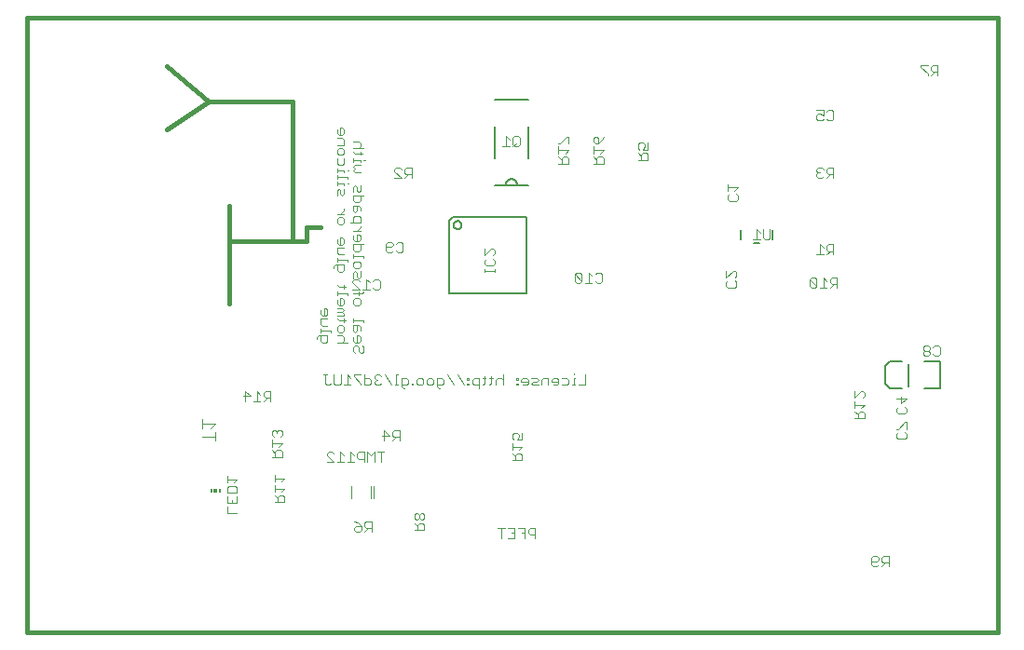
<source format=gbo>
G75*
%MOIN*%
%OFA0B0*%
%FSLAX25Y25*%
%IPPOS*%
%LPD*%
%AMOC8*
5,1,8,0,0,1.08239X$1,22.5*
%
%ADD10C,0.00300*%
%ADD11C,0.01600*%
%ADD12C,0.00800*%
%ADD13C,0.00500*%
%ADD14C,0.00600*%
%ADD15C,0.00400*%
%ADD16R,0.00591X0.01181*%
%ADD17R,0.01181X0.01181*%
D10*
X0073450Y0047650D02*
X0073450Y0050077D01*
X0073450Y0051275D02*
X0073450Y0053702D01*
X0073450Y0054900D02*
X0073450Y0056720D01*
X0074057Y0057327D01*
X0076483Y0057327D01*
X0077090Y0056720D01*
X0077090Y0054900D01*
X0073450Y0054900D01*
X0075270Y0052488D02*
X0075270Y0051275D01*
X0077090Y0051275D02*
X0073450Y0051275D01*
X0073450Y0047650D02*
X0077090Y0047650D01*
X0077090Y0051275D02*
X0077090Y0053702D01*
X0075877Y0058525D02*
X0077090Y0059739D01*
X0073450Y0059739D01*
X0073450Y0060952D02*
X0073450Y0058525D01*
X0090450Y0058900D02*
X0090450Y0061327D01*
X0090450Y0060114D02*
X0094090Y0060114D01*
X0092877Y0058900D01*
X0094090Y0056488D02*
X0090450Y0056488D01*
X0090450Y0055275D02*
X0090450Y0057702D01*
X0092877Y0055275D02*
X0094090Y0056488D01*
X0093483Y0054077D02*
X0092270Y0054077D01*
X0091663Y0053470D01*
X0091663Y0051650D01*
X0090450Y0051650D02*
X0094090Y0051650D01*
X0094090Y0053470D01*
X0093483Y0054077D01*
X0091663Y0052863D02*
X0090450Y0054077D01*
X0090726Y0067775D02*
X0090726Y0069595D01*
X0091333Y0070201D01*
X0092546Y0070201D01*
X0093153Y0069595D01*
X0093153Y0067775D01*
X0089513Y0067775D01*
X0090726Y0068988D02*
X0089513Y0070201D01*
X0089513Y0071400D02*
X0089513Y0073826D01*
X0089513Y0072613D02*
X0093153Y0072613D01*
X0091940Y0071400D01*
X0092546Y0075025D02*
X0093153Y0075632D01*
X0093153Y0076845D01*
X0092546Y0077452D01*
X0091940Y0077452D01*
X0091333Y0076845D01*
X0090726Y0077452D01*
X0090120Y0077452D01*
X0089513Y0076845D01*
X0089513Y0075632D01*
X0090120Y0075025D01*
X0091333Y0076238D02*
X0091333Y0076845D01*
X0089025Y0087713D02*
X0089025Y0091353D01*
X0087205Y0091353D01*
X0086599Y0090746D01*
X0086599Y0089533D01*
X0087205Y0088926D01*
X0089025Y0088926D01*
X0087812Y0088926D02*
X0086599Y0087713D01*
X0085400Y0087713D02*
X0082974Y0087713D01*
X0084187Y0087713D02*
X0084187Y0091353D01*
X0085400Y0090140D01*
X0081775Y0089533D02*
X0079955Y0091353D01*
X0079955Y0087713D01*
X0079348Y0089533D02*
X0081775Y0089533D01*
X0108673Y0094125D02*
X0108673Y0097159D01*
X0109280Y0097159D02*
X0108066Y0097159D01*
X0108673Y0094125D02*
X0109280Y0093519D01*
X0109886Y0093519D01*
X0110493Y0094125D01*
X0111691Y0094125D02*
X0111691Y0097159D01*
X0114118Y0097159D02*
X0114118Y0094125D01*
X0113511Y0093519D01*
X0112298Y0093519D01*
X0111691Y0094125D01*
X0115317Y0093519D02*
X0117743Y0093519D01*
X0116530Y0093519D02*
X0116530Y0097159D01*
X0117743Y0095945D01*
X0118942Y0096552D02*
X0121368Y0094125D01*
X0121368Y0093519D01*
X0122567Y0093519D02*
X0124387Y0093519D01*
X0124994Y0094125D01*
X0124994Y0095339D01*
X0124387Y0095945D01*
X0122567Y0095945D01*
X0122567Y0097159D02*
X0122567Y0093519D01*
X0126192Y0094125D02*
X0126799Y0093519D01*
X0128012Y0093519D01*
X0128619Y0094125D01*
X0127405Y0095339D02*
X0126799Y0095339D01*
X0126192Y0094732D01*
X0126192Y0094125D01*
X0126799Y0095339D02*
X0126192Y0095945D01*
X0126192Y0096552D01*
X0126799Y0097159D01*
X0128012Y0097159D01*
X0128619Y0096552D01*
X0129817Y0097159D02*
X0132244Y0093519D01*
X0133447Y0093519D02*
X0134661Y0093519D01*
X0134054Y0093519D02*
X0134054Y0097159D01*
X0134661Y0097159D01*
X0135859Y0095945D02*
X0137679Y0095945D01*
X0138286Y0095339D01*
X0138286Y0094125D01*
X0137679Y0093519D01*
X0135859Y0093519D01*
X0135859Y0092912D02*
X0135859Y0095945D01*
X0139492Y0094125D02*
X0139492Y0093519D01*
X0140098Y0093519D01*
X0140098Y0094125D01*
X0139492Y0094125D01*
X0141297Y0094125D02*
X0141297Y0095339D01*
X0141903Y0095945D01*
X0143117Y0095945D01*
X0143723Y0095339D01*
X0143723Y0094125D01*
X0143117Y0093519D01*
X0141903Y0093519D01*
X0141297Y0094125D01*
X0144922Y0094125D02*
X0144922Y0095339D01*
X0145529Y0095945D01*
X0146742Y0095945D01*
X0147349Y0095339D01*
X0147349Y0094125D01*
X0146742Y0093519D01*
X0145529Y0093519D01*
X0144922Y0094125D01*
X0148547Y0093519D02*
X0150367Y0093519D01*
X0150974Y0094125D01*
X0150974Y0095339D01*
X0150367Y0095945D01*
X0148547Y0095945D01*
X0148547Y0092912D01*
X0149154Y0092305D01*
X0149760Y0092305D01*
X0154599Y0093519D02*
X0152172Y0097159D01*
X0155797Y0097159D02*
X0158224Y0093519D01*
X0159430Y0093519D02*
X0160037Y0093519D01*
X0160037Y0094125D01*
X0159430Y0094125D01*
X0159430Y0093519D01*
X0159430Y0095339D02*
X0160037Y0095339D01*
X0160037Y0095945D01*
X0159430Y0095945D01*
X0159430Y0095339D01*
X0161235Y0095339D02*
X0161235Y0094125D01*
X0161842Y0093519D01*
X0163662Y0093519D01*
X0164865Y0093519D02*
X0165472Y0094125D01*
X0165472Y0096552D01*
X0166078Y0095945D02*
X0164865Y0095945D01*
X0163662Y0095945D02*
X0161842Y0095945D01*
X0161235Y0095339D01*
X0163662Y0095945D02*
X0163662Y0092305D01*
X0167282Y0093519D02*
X0167888Y0094125D01*
X0167888Y0096552D01*
X0167282Y0095945D02*
X0168495Y0095945D01*
X0169694Y0095339D02*
X0169694Y0093519D01*
X0169694Y0095339D02*
X0170300Y0095945D01*
X0171514Y0095945D01*
X0172120Y0095339D01*
X0172120Y0097159D02*
X0172120Y0093519D01*
X0176951Y0093519D02*
X0177558Y0093519D01*
X0177558Y0094125D01*
X0176951Y0094125D01*
X0176951Y0093519D01*
X0176951Y0095339D02*
X0177558Y0095339D01*
X0177558Y0095945D01*
X0176951Y0095945D01*
X0176951Y0095339D01*
X0178756Y0095339D02*
X0178756Y0094732D01*
X0181183Y0094732D01*
X0181183Y0094125D02*
X0181183Y0095339D01*
X0180576Y0095945D01*
X0179363Y0095945D01*
X0178756Y0095339D01*
X0179363Y0093519D02*
X0180576Y0093519D01*
X0181183Y0094125D01*
X0182382Y0094125D02*
X0182988Y0094732D01*
X0184202Y0094732D01*
X0184808Y0095339D01*
X0184202Y0095945D01*
X0182382Y0095945D01*
X0182382Y0094125D02*
X0182988Y0093519D01*
X0184808Y0093519D01*
X0186007Y0093519D02*
X0186007Y0095339D01*
X0186613Y0095945D01*
X0188433Y0095945D01*
X0188433Y0093519D01*
X0189632Y0094732D02*
X0189632Y0095339D01*
X0190238Y0095945D01*
X0191452Y0095945D01*
X0192059Y0095339D01*
X0192059Y0094125D01*
X0191452Y0093519D01*
X0190238Y0093519D01*
X0189632Y0094732D02*
X0192059Y0094732D01*
X0193257Y0095945D02*
X0195077Y0095945D01*
X0195684Y0095339D01*
X0195684Y0094125D01*
X0195077Y0093519D01*
X0193257Y0093519D01*
X0196887Y0093519D02*
X0198100Y0093519D01*
X0197494Y0093519D02*
X0197494Y0095945D01*
X0198100Y0095945D01*
X0197494Y0097159D02*
X0197494Y0097765D01*
X0201726Y0097159D02*
X0201726Y0093519D01*
X0199299Y0093519D01*
X0179090Y0076327D02*
X0179090Y0073900D01*
X0177270Y0073900D01*
X0177877Y0075114D01*
X0177877Y0075720D01*
X0177270Y0076327D01*
X0176057Y0076327D01*
X0175450Y0075720D01*
X0175450Y0074507D01*
X0176057Y0073900D01*
X0175450Y0072702D02*
X0175450Y0070275D01*
X0175450Y0069077D02*
X0176663Y0067863D01*
X0176663Y0068470D02*
X0176663Y0066650D01*
X0175450Y0066650D02*
X0179090Y0066650D01*
X0179090Y0068470D01*
X0178483Y0069077D01*
X0177270Y0069077D01*
X0176663Y0068470D01*
X0177877Y0070275D02*
X0179090Y0071488D01*
X0175450Y0071488D01*
X0144090Y0047095D02*
X0143483Y0047702D01*
X0142877Y0047702D01*
X0142270Y0047095D01*
X0142270Y0045882D01*
X0142877Y0045275D01*
X0143483Y0045275D01*
X0144090Y0045882D01*
X0144090Y0047095D01*
X0142270Y0047095D02*
X0141663Y0047702D01*
X0141057Y0047702D01*
X0140450Y0047095D01*
X0140450Y0045882D01*
X0141057Y0045275D01*
X0141663Y0045275D01*
X0142270Y0045882D01*
X0142270Y0044077D02*
X0141663Y0043470D01*
X0141663Y0041650D01*
X0140450Y0041650D02*
X0144090Y0041650D01*
X0144090Y0043470D01*
X0143483Y0044077D01*
X0142270Y0044077D01*
X0141663Y0042863D02*
X0140450Y0044077D01*
X0125150Y0044790D02*
X0125150Y0041150D01*
X0125150Y0042363D02*
X0123330Y0042363D01*
X0122723Y0042970D01*
X0122723Y0044183D01*
X0123330Y0044790D01*
X0125150Y0044790D01*
X0123937Y0042363D02*
X0122723Y0041150D01*
X0121525Y0041757D02*
X0120918Y0041150D01*
X0119705Y0041150D01*
X0119098Y0041757D01*
X0119098Y0042363D01*
X0119705Y0042970D01*
X0121525Y0042970D01*
X0121525Y0041757D01*
X0121525Y0042970D02*
X0120312Y0044183D01*
X0119098Y0044790D01*
X0118865Y0065912D02*
X0116438Y0065912D01*
X0115240Y0065912D02*
X0112813Y0065912D01*
X0111615Y0065912D02*
X0109188Y0068338D01*
X0109188Y0068945D01*
X0109794Y0069552D01*
X0111008Y0069552D01*
X0111615Y0068945D01*
X0114026Y0069552D02*
X0114026Y0065912D01*
X0111615Y0065912D02*
X0109188Y0065912D01*
X0114026Y0069552D02*
X0115240Y0068338D01*
X0117651Y0069552D02*
X0117651Y0065912D01*
X0118865Y0068338D02*
X0117651Y0069552D01*
X0120063Y0068945D02*
X0120063Y0067732D01*
X0120670Y0067125D01*
X0122490Y0067125D01*
X0122490Y0065912D02*
X0122490Y0069552D01*
X0120670Y0069552D01*
X0120063Y0068945D01*
X0123688Y0069552D02*
X0123688Y0065912D01*
X0126115Y0065912D02*
X0126115Y0069552D01*
X0124902Y0068338D01*
X0123688Y0069552D01*
X0127313Y0069552D02*
X0129740Y0069552D01*
X0128527Y0069552D02*
X0128527Y0065912D01*
X0129705Y0073650D02*
X0129705Y0077290D01*
X0131525Y0075470D01*
X0129098Y0075470D01*
X0132723Y0075470D02*
X0133330Y0074863D01*
X0135150Y0074863D01*
X0135150Y0073650D02*
X0135150Y0077290D01*
X0133330Y0077290D01*
X0132723Y0076683D01*
X0132723Y0075470D01*
X0133937Y0074863D02*
X0132723Y0073650D01*
X0136466Y0092305D02*
X0135859Y0092912D01*
X0136466Y0092305D02*
X0137072Y0092305D01*
X0121368Y0097159D02*
X0118942Y0097159D01*
X0118942Y0096552D01*
X0119368Y0105150D02*
X0118761Y0105757D01*
X0118761Y0106970D01*
X0119368Y0107577D01*
X0119974Y0107577D01*
X0120581Y0106970D01*
X0120581Y0105757D01*
X0121188Y0105150D01*
X0121794Y0105150D01*
X0122401Y0105757D01*
X0122401Y0106970D01*
X0121794Y0107577D01*
X0120581Y0108775D02*
X0121188Y0109382D01*
X0121188Y0110595D01*
X0120581Y0111202D01*
X0119974Y0111202D01*
X0119974Y0108775D01*
X0119368Y0108775D02*
X0120581Y0108775D01*
X0119368Y0108775D02*
X0118761Y0109382D01*
X0118761Y0110595D01*
X0119368Y0112400D02*
X0118761Y0113007D01*
X0118761Y0114827D01*
X0120581Y0114827D01*
X0121188Y0114220D01*
X0121188Y0113007D01*
X0119974Y0113007D02*
X0119974Y0114827D01*
X0118761Y0116025D02*
X0118761Y0117239D01*
X0118761Y0116632D02*
X0122401Y0116632D01*
X0122401Y0116025D01*
X0115889Y0116632D02*
X0113462Y0116632D01*
X0112856Y0117239D01*
X0112856Y0118442D02*
X0115282Y0118442D01*
X0115282Y0119049D01*
X0114676Y0119656D01*
X0115282Y0120262D01*
X0114676Y0120869D01*
X0112856Y0120869D01*
X0112856Y0119656D02*
X0114676Y0119656D01*
X0114676Y0122067D02*
X0115282Y0122674D01*
X0115282Y0123887D01*
X0114676Y0124494D01*
X0114069Y0124494D01*
X0114069Y0122067D01*
X0113462Y0122067D02*
X0114676Y0122067D01*
X0113462Y0122067D02*
X0112856Y0122674D01*
X0112856Y0123887D01*
X0112856Y0125692D02*
X0112856Y0126906D01*
X0112856Y0126299D02*
X0116496Y0126299D01*
X0116496Y0125692D01*
X0118761Y0126299D02*
X0121794Y0126299D01*
X0122401Y0126906D01*
X0122053Y0127781D02*
X0124480Y0127781D01*
X0123267Y0127781D02*
X0123267Y0131421D01*
X0124480Y0130208D01*
X0125678Y0130815D02*
X0126285Y0131421D01*
X0127498Y0131421D01*
X0128105Y0130815D01*
X0128105Y0128388D01*
X0127498Y0127781D01*
X0126285Y0127781D01*
X0125678Y0128388D01*
X0120855Y0127781D02*
X0118428Y0130208D01*
X0118428Y0130815D01*
X0119035Y0131421D01*
X0120248Y0131421D01*
X0120855Y0130815D01*
X0120581Y0131734D02*
X0121188Y0132341D01*
X0121188Y0134161D01*
X0120581Y0135359D02*
X0119368Y0135359D01*
X0118761Y0135966D01*
X0118761Y0137180D01*
X0119368Y0137786D01*
X0120581Y0137786D01*
X0121188Y0137180D01*
X0121188Y0135966D01*
X0120581Y0135359D01*
X0119368Y0134161D02*
X0119974Y0133554D01*
X0119974Y0132341D01*
X0120581Y0131734D01*
X0118761Y0131734D02*
X0118761Y0133554D01*
X0119368Y0134161D01*
X0115282Y0134758D02*
X0115282Y0136578D01*
X0112249Y0136578D01*
X0111642Y0135971D01*
X0111642Y0135364D01*
X0112856Y0134758D02*
X0112856Y0136578D01*
X0112856Y0137776D02*
X0112856Y0138990D01*
X0112856Y0138383D02*
X0116496Y0138383D01*
X0116496Y0137776D01*
X0118761Y0138985D02*
X0118761Y0140198D01*
X0118761Y0139591D02*
X0122401Y0139591D01*
X0122401Y0138985D01*
X0120581Y0141401D02*
X0121188Y0142008D01*
X0121188Y0143828D01*
X0122401Y0143828D02*
X0118761Y0143828D01*
X0118761Y0142008D01*
X0119368Y0141401D01*
X0120581Y0141401D01*
X0120581Y0145026D02*
X0121188Y0145633D01*
X0121188Y0146847D01*
X0120581Y0147453D01*
X0119974Y0147453D01*
X0119974Y0145026D01*
X0119368Y0145026D02*
X0120581Y0145026D01*
X0119368Y0145026D02*
X0118761Y0145633D01*
X0118761Y0146847D01*
X0118761Y0148652D02*
X0121188Y0148652D01*
X0121188Y0149865D02*
X0119974Y0148652D01*
X0121188Y0149865D02*
X0121188Y0150472D01*
X0121188Y0151673D02*
X0121188Y0153493D01*
X0120581Y0154099D01*
X0119368Y0154099D01*
X0118761Y0153493D01*
X0118761Y0151673D01*
X0117548Y0151673D02*
X0121188Y0151673D01*
X0115282Y0151675D02*
X0115282Y0152888D01*
X0114676Y0153495D01*
X0113462Y0153495D01*
X0112856Y0152888D01*
X0112856Y0151675D01*
X0113462Y0151068D01*
X0114676Y0151068D01*
X0115282Y0151675D01*
X0115282Y0154694D02*
X0112856Y0154694D01*
X0114069Y0154694D02*
X0115282Y0155907D01*
X0115282Y0156514D01*
X0118761Y0155904D02*
X0118761Y0157724D01*
X0120581Y0157724D01*
X0121188Y0157118D01*
X0121188Y0155904D01*
X0119974Y0155904D02*
X0119974Y0157724D01*
X0119368Y0158923D02*
X0118761Y0159530D01*
X0118761Y0161350D01*
X0122401Y0161350D01*
X0121188Y0161350D02*
X0121188Y0159530D01*
X0120581Y0158923D01*
X0119368Y0158923D01*
X0118761Y0162548D02*
X0118761Y0164368D01*
X0119368Y0164975D01*
X0119974Y0164368D01*
X0119974Y0163155D01*
X0120581Y0162548D01*
X0121188Y0163155D01*
X0121188Y0164975D01*
X0117102Y0165571D02*
X0116496Y0165571D01*
X0115282Y0165571D02*
X0112856Y0165571D01*
X0112856Y0164965D02*
X0112856Y0166178D01*
X0112856Y0167381D02*
X0112856Y0168595D01*
X0112856Y0167988D02*
X0116496Y0167988D01*
X0116496Y0167381D01*
X0115282Y0165571D02*
X0115282Y0164965D01*
X0115282Y0163766D02*
X0115282Y0161946D01*
X0114676Y0161340D01*
X0114069Y0161946D01*
X0114069Y0163160D01*
X0113462Y0163766D01*
X0112856Y0163160D01*
X0112856Y0161340D01*
X0118761Y0155904D02*
X0119368Y0155298D01*
X0119974Y0155904D01*
X0114676Y0146245D02*
X0114069Y0146245D01*
X0114069Y0143818D01*
X0114676Y0143818D02*
X0115282Y0144425D01*
X0115282Y0145638D01*
X0114676Y0146245D01*
X0112856Y0145638D02*
X0112856Y0144425D01*
X0113462Y0143818D01*
X0114676Y0143818D01*
X0115282Y0142620D02*
X0112856Y0142620D01*
X0112856Y0140800D01*
X0113462Y0140193D01*
X0115282Y0140193D01*
X0115282Y0134758D02*
X0114676Y0134151D01*
X0113462Y0134151D01*
X0112856Y0134758D01*
X0112856Y0129323D02*
X0113462Y0128716D01*
X0115889Y0128716D01*
X0115282Y0128109D02*
X0115282Y0129323D01*
X0118428Y0127781D02*
X0120855Y0127781D01*
X0120581Y0126906D02*
X0120581Y0125692D01*
X0120581Y0124494D02*
X0121188Y0123887D01*
X0121188Y0122674D01*
X0120581Y0122067D01*
X0119368Y0122067D01*
X0118761Y0122674D01*
X0118761Y0123887D01*
X0119368Y0124494D01*
X0120581Y0124494D01*
X0115282Y0117239D02*
X0115282Y0116025D01*
X0114676Y0114827D02*
X0115282Y0114220D01*
X0115282Y0113007D01*
X0114676Y0112400D01*
X0113462Y0112400D01*
X0112856Y0113007D01*
X0112856Y0114220D01*
X0113462Y0114827D01*
X0114676Y0114827D01*
X0114676Y0111202D02*
X0112856Y0111202D01*
X0114676Y0111202D02*
X0115282Y0110595D01*
X0115282Y0109382D01*
X0114676Y0108775D01*
X0116496Y0108775D02*
X0112856Y0108775D01*
X0109377Y0109382D02*
X0108770Y0108775D01*
X0107557Y0108775D01*
X0106950Y0109382D01*
X0106950Y0111202D01*
X0106343Y0111202D02*
X0109377Y0111202D01*
X0109377Y0109382D01*
X0110590Y0112400D02*
X0110590Y0113007D01*
X0106950Y0113007D01*
X0106950Y0112400D02*
X0106950Y0113614D01*
X0107557Y0114817D02*
X0106950Y0115424D01*
X0106950Y0117244D01*
X0109377Y0117244D01*
X0108770Y0118442D02*
X0107557Y0118442D01*
X0106950Y0119049D01*
X0106950Y0120262D01*
X0108163Y0120869D02*
X0108163Y0118442D01*
X0108770Y0118442D02*
X0109377Y0119049D01*
X0109377Y0120262D01*
X0108770Y0120869D01*
X0108163Y0120869D01*
X0107557Y0114817D02*
X0109377Y0114817D01*
X0106343Y0111202D02*
X0105737Y0110595D01*
X0105737Y0109988D01*
X0119368Y0112400D02*
X0119974Y0113007D01*
X0165513Y0133883D02*
X0165513Y0135096D01*
X0165513Y0134490D02*
X0169153Y0134490D01*
X0169153Y0135096D02*
X0169153Y0133883D01*
X0168546Y0136300D02*
X0166120Y0136300D01*
X0165513Y0136906D01*
X0165513Y0138120D01*
X0166120Y0138726D01*
X0165513Y0139925D02*
X0167940Y0142352D01*
X0168546Y0142352D01*
X0169153Y0141745D01*
X0169153Y0140532D01*
X0168546Y0139925D01*
X0168546Y0138726D02*
X0169153Y0138120D01*
X0169153Y0136906D01*
X0168546Y0136300D01*
X0165513Y0139925D02*
X0165513Y0142352D01*
X0136404Y0141690D02*
X0135797Y0141084D01*
X0134584Y0141084D01*
X0133977Y0141690D01*
X0132779Y0141690D02*
X0132172Y0141084D01*
X0130959Y0141084D01*
X0130352Y0141690D01*
X0130352Y0144117D01*
X0130959Y0144724D01*
X0132172Y0144724D01*
X0132779Y0144117D01*
X0132779Y0143510D01*
X0132172Y0142904D01*
X0130352Y0142904D01*
X0133977Y0144117D02*
X0134584Y0144724D01*
X0135797Y0144724D01*
X0136404Y0144117D01*
X0136404Y0141690D01*
X0135844Y0167670D02*
X0133417Y0167670D01*
X0135844Y0167670D02*
X0133417Y0170097D01*
X0133417Y0170704D01*
X0134024Y0171310D01*
X0135237Y0171310D01*
X0135844Y0170704D01*
X0137042Y0170704D02*
X0137042Y0169490D01*
X0137649Y0168883D01*
X0139469Y0168883D01*
X0139469Y0167670D02*
X0139469Y0171310D01*
X0137649Y0171310D01*
X0137042Y0170704D01*
X0138256Y0168883D02*
X0137042Y0167670D01*
X0123008Y0174030D02*
X0122401Y0174030D01*
X0121188Y0174030D02*
X0118761Y0174030D01*
X0118761Y0173423D02*
X0118761Y0174637D01*
X0119368Y0176447D02*
X0118761Y0177054D01*
X0119368Y0176447D02*
X0121794Y0176447D01*
X0121188Y0175840D02*
X0121188Y0177054D01*
X0120581Y0178257D02*
X0121188Y0178864D01*
X0121188Y0180077D01*
X0120581Y0180684D01*
X0118761Y0180684D01*
X0118761Y0178257D02*
X0122401Y0178257D01*
X0115282Y0177660D02*
X0115282Y0176447D01*
X0114676Y0175840D01*
X0113462Y0175840D01*
X0112856Y0176447D01*
X0112856Y0177660D01*
X0113462Y0178267D01*
X0114676Y0178267D01*
X0115282Y0177660D01*
X0115282Y0179465D02*
X0112856Y0179465D01*
X0115282Y0179465D02*
X0115282Y0181285D01*
X0114676Y0181892D01*
X0112856Y0181892D01*
X0113462Y0183090D02*
X0114676Y0183090D01*
X0115282Y0183697D01*
X0115282Y0184910D01*
X0114676Y0185517D01*
X0114069Y0185517D01*
X0114069Y0183090D01*
X0113462Y0183090D02*
X0112856Y0183697D01*
X0112856Y0184910D01*
X0112856Y0174642D02*
X0112856Y0172822D01*
X0113462Y0172215D01*
X0114676Y0172215D01*
X0115282Y0172822D01*
X0115282Y0174642D01*
X0121188Y0174030D02*
X0121188Y0173423D01*
X0121188Y0172225D02*
X0119368Y0172225D01*
X0118761Y0171618D01*
X0119368Y0171012D01*
X0118761Y0170405D01*
X0119368Y0169798D01*
X0121188Y0169798D01*
X0117102Y0170405D02*
X0116496Y0170405D01*
X0115282Y0170405D02*
X0112856Y0170405D01*
X0112856Y0169798D02*
X0112856Y0171012D01*
X0115282Y0170405D02*
X0115282Y0169798D01*
X0172098Y0178922D02*
X0174525Y0178922D01*
X0175723Y0178922D02*
X0176936Y0180135D01*
X0176330Y0178922D02*
X0175723Y0179528D01*
X0175723Y0181955D01*
X0176330Y0182562D01*
X0177543Y0182562D01*
X0178150Y0181955D01*
X0178150Y0179528D01*
X0177543Y0178922D01*
X0176330Y0178922D01*
X0173311Y0178922D02*
X0173311Y0182562D01*
X0174525Y0181349D01*
X0192013Y0180025D02*
X0192620Y0180025D01*
X0195046Y0182452D01*
X0195653Y0182452D01*
X0195653Y0180025D01*
X0195653Y0177613D02*
X0192013Y0177613D01*
X0192013Y0176400D02*
X0192013Y0178826D01*
X0194440Y0176400D02*
X0195653Y0177613D01*
X0195046Y0175201D02*
X0193833Y0175201D01*
X0193226Y0174595D01*
X0193226Y0172775D01*
X0193226Y0173988D02*
X0192013Y0175201D01*
X0192013Y0172775D02*
X0195653Y0172775D01*
X0195653Y0174595D01*
X0195046Y0175201D01*
X0204513Y0175201D02*
X0205726Y0173988D01*
X0205726Y0174595D02*
X0205726Y0172775D01*
X0204513Y0172775D02*
X0208153Y0172775D01*
X0208153Y0174595D01*
X0207546Y0175201D01*
X0206333Y0175201D01*
X0205726Y0174595D01*
X0204513Y0176400D02*
X0204513Y0178826D01*
X0204513Y0177613D02*
X0208153Y0177613D01*
X0206940Y0176400D01*
X0206333Y0180025D02*
X0206333Y0181845D01*
X0205726Y0182452D01*
X0205120Y0182452D01*
X0204513Y0181845D01*
X0204513Y0180632D01*
X0205120Y0180025D01*
X0206333Y0180025D01*
X0207546Y0181238D01*
X0208153Y0182452D01*
X0220450Y0179595D02*
X0220450Y0178382D01*
X0221057Y0177775D01*
X0222270Y0177775D02*
X0222877Y0178988D01*
X0222877Y0179595D01*
X0222270Y0180202D01*
X0221057Y0180202D01*
X0220450Y0179595D01*
X0222270Y0177775D02*
X0224090Y0177775D01*
X0224090Y0180202D01*
X0223483Y0176577D02*
X0222270Y0176577D01*
X0221663Y0175970D01*
X0221663Y0174150D01*
X0220450Y0174150D02*
X0224090Y0174150D01*
X0224090Y0175970D01*
X0223483Y0176577D01*
X0221663Y0175363D02*
X0220450Y0176577D01*
X0252573Y0165475D02*
X0252573Y0163048D01*
X0252573Y0164261D02*
X0256213Y0164261D01*
X0255000Y0163048D01*
X0255607Y0161850D02*
X0256213Y0161243D01*
X0256213Y0160029D01*
X0255607Y0159423D01*
X0253180Y0159423D01*
X0252573Y0160029D01*
X0252573Y0161243D01*
X0253180Y0161850D01*
X0262893Y0149209D02*
X0262893Y0145569D01*
X0264106Y0145569D02*
X0261680Y0145569D01*
X0264106Y0147995D02*
X0262893Y0149209D01*
X0265305Y0149209D02*
X0265305Y0146175D01*
X0265911Y0145569D01*
X0267125Y0145569D01*
X0267731Y0146175D01*
X0267731Y0149209D01*
X0285562Y0143853D02*
X0285562Y0140213D01*
X0286775Y0140213D02*
X0284348Y0140213D01*
X0286775Y0142640D02*
X0285562Y0143853D01*
X0287974Y0143246D02*
X0287974Y0142033D01*
X0288580Y0141426D01*
X0290400Y0141426D01*
X0290400Y0140213D02*
X0290400Y0143853D01*
X0288580Y0143853D01*
X0287974Y0143246D01*
X0289187Y0141426D02*
X0287974Y0140213D01*
X0286828Y0132034D02*
X0286828Y0128394D01*
X0288041Y0128394D02*
X0285615Y0128394D01*
X0284416Y0129001D02*
X0281989Y0131427D01*
X0281989Y0129001D01*
X0282596Y0128394D01*
X0283809Y0128394D01*
X0284416Y0129001D01*
X0284416Y0131427D01*
X0283809Y0132034D01*
X0282596Y0132034D01*
X0281989Y0131427D01*
X0286828Y0132034D02*
X0288041Y0130821D01*
X0289240Y0131427D02*
X0289240Y0130214D01*
X0289846Y0129607D01*
X0291666Y0129607D01*
X0290453Y0129607D02*
X0289240Y0128394D01*
X0291666Y0128394D02*
X0291666Y0132034D01*
X0289846Y0132034D01*
X0289240Y0131427D01*
X0255729Y0130250D02*
X0255729Y0129037D01*
X0255123Y0128430D01*
X0252696Y0128430D01*
X0252089Y0129037D01*
X0252089Y0130250D01*
X0252696Y0130857D01*
X0252089Y0132055D02*
X0254516Y0134482D01*
X0255123Y0134482D01*
X0255729Y0133875D01*
X0255729Y0132662D01*
X0255123Y0132055D01*
X0255123Y0130857D02*
X0255729Y0130250D01*
X0252089Y0132055D02*
X0252089Y0134482D01*
X0207625Y0133188D02*
X0207625Y0130761D01*
X0207018Y0130154D01*
X0205804Y0130154D01*
X0205198Y0130761D01*
X0203999Y0130154D02*
X0201573Y0130154D01*
X0202786Y0130154D02*
X0202786Y0133794D01*
X0203999Y0132581D01*
X0205198Y0133188D02*
X0205804Y0133794D01*
X0207018Y0133794D01*
X0207625Y0133188D01*
X0200374Y0133188D02*
X0200374Y0130761D01*
X0197948Y0133188D01*
X0197948Y0130761D01*
X0198554Y0130154D01*
X0199768Y0130154D01*
X0200374Y0130761D01*
X0200374Y0133188D02*
X0199768Y0133794D01*
X0198554Y0133794D01*
X0197948Y0133188D01*
X0284348Y0168320D02*
X0284955Y0167713D01*
X0286168Y0167713D01*
X0286775Y0168320D01*
X0287974Y0167713D02*
X0289187Y0168926D01*
X0288580Y0168926D02*
X0290400Y0168926D01*
X0290400Y0167713D02*
X0290400Y0171353D01*
X0288580Y0171353D01*
X0287974Y0170746D01*
X0287974Y0169533D01*
X0288580Y0168926D01*
X0286775Y0170746D02*
X0286168Y0171353D01*
X0284955Y0171353D01*
X0284348Y0170746D01*
X0284348Y0170140D01*
X0284955Y0169533D01*
X0284348Y0168926D01*
X0284348Y0168320D01*
X0284955Y0169533D02*
X0285562Y0169533D01*
X0286168Y0188213D02*
X0286775Y0188820D01*
X0286168Y0188213D02*
X0284955Y0188213D01*
X0284348Y0188820D01*
X0284348Y0190033D01*
X0284955Y0190640D01*
X0285562Y0190640D01*
X0286775Y0190033D01*
X0286775Y0191853D01*
X0284348Y0191853D01*
X0287974Y0191246D02*
X0288580Y0191853D01*
X0289794Y0191853D01*
X0290400Y0191246D01*
X0290400Y0188820D01*
X0289794Y0188213D01*
X0288580Y0188213D01*
X0287974Y0188820D01*
X0321702Y0207403D02*
X0324129Y0204976D01*
X0324129Y0204369D01*
X0325327Y0204369D02*
X0326541Y0205583D01*
X0325934Y0205583D02*
X0327754Y0205583D01*
X0327754Y0204369D02*
X0327754Y0208009D01*
X0325934Y0208009D01*
X0325327Y0207403D01*
X0325327Y0206189D01*
X0325934Y0205583D01*
X0324129Y0208009D02*
X0321702Y0208009D01*
X0321702Y0207403D01*
X0323058Y0107588D02*
X0322452Y0106982D01*
X0322452Y0106375D01*
X0323058Y0105768D01*
X0324272Y0105768D01*
X0324878Y0106375D01*
X0324878Y0106982D01*
X0324272Y0107588D01*
X0323058Y0107588D01*
X0323058Y0105768D02*
X0322452Y0105162D01*
X0322452Y0104555D01*
X0323058Y0103948D01*
X0324272Y0103948D01*
X0324878Y0104555D01*
X0324878Y0105162D01*
X0324272Y0105768D01*
X0326077Y0104555D02*
X0326684Y0103948D01*
X0327897Y0103948D01*
X0328504Y0104555D01*
X0328504Y0106982D01*
X0327897Y0107588D01*
X0326684Y0107588D01*
X0326077Y0106982D01*
X0301590Y0090720D02*
X0300983Y0091327D01*
X0300377Y0091327D01*
X0297950Y0088900D01*
X0297950Y0091327D01*
X0301590Y0090720D02*
X0301590Y0089507D01*
X0300983Y0088900D01*
X0301590Y0086488D02*
X0297950Y0086488D01*
X0297950Y0085275D02*
X0297950Y0087702D01*
X0300377Y0085275D02*
X0301590Y0086488D01*
X0300983Y0084077D02*
X0299770Y0084077D01*
X0299163Y0083470D01*
X0299163Y0081650D01*
X0297950Y0081650D02*
X0301590Y0081650D01*
X0301590Y0083470D01*
X0300983Y0084077D01*
X0299163Y0082863D02*
X0297950Y0084077D01*
X0312884Y0083831D02*
X0312884Y0085045D01*
X0313491Y0085651D01*
X0314704Y0086850D02*
X0314704Y0089277D01*
X0312884Y0088670D02*
X0316524Y0088670D01*
X0314704Y0086850D01*
X0315917Y0085651D02*
X0316524Y0085045D01*
X0316524Y0083831D01*
X0315917Y0083225D01*
X0313491Y0083225D01*
X0312884Y0083831D01*
X0315994Y0080229D02*
X0313567Y0077802D01*
X0312960Y0077802D01*
X0313567Y0076604D02*
X0312960Y0075997D01*
X0312960Y0074784D01*
X0313567Y0074177D01*
X0315994Y0074177D01*
X0316600Y0074784D01*
X0316600Y0075997D01*
X0315994Y0076604D01*
X0316600Y0077802D02*
X0316600Y0080229D01*
X0315994Y0080229D01*
X0310150Y0032290D02*
X0308330Y0032290D01*
X0307723Y0031683D01*
X0307723Y0030470D01*
X0308330Y0029863D01*
X0310150Y0029863D01*
X0310150Y0028650D02*
X0310150Y0032290D01*
X0308937Y0029863D02*
X0307723Y0028650D01*
X0306525Y0029257D02*
X0305918Y0028650D01*
X0304705Y0028650D01*
X0304098Y0029257D01*
X0304098Y0031683D01*
X0304705Y0032290D01*
X0305918Y0032290D01*
X0306525Y0031683D01*
X0306525Y0031077D01*
X0305918Y0030470D01*
X0304098Y0030470D01*
X0183651Y0038713D02*
X0183651Y0042353D01*
X0181831Y0042353D01*
X0181224Y0041746D01*
X0181224Y0040533D01*
X0181831Y0039926D01*
X0183651Y0039926D01*
X0180025Y0040533D02*
X0178812Y0040533D01*
X0180025Y0038713D02*
X0180025Y0042353D01*
X0177599Y0042353D01*
X0176400Y0042353D02*
X0176400Y0038713D01*
X0173974Y0038713D01*
X0175187Y0040533D02*
X0176400Y0040533D01*
X0176400Y0042353D02*
X0173974Y0042353D01*
X0172775Y0042353D02*
X0170348Y0042353D01*
X0171562Y0042353D02*
X0171562Y0038713D01*
D11*
X0001800Y0005000D02*
X0349300Y0005000D01*
X0349300Y0225000D01*
X0001800Y0225000D01*
X0001800Y0005000D01*
X0074300Y0122500D02*
X0074300Y0145000D01*
X0074300Y0157500D01*
X0074300Y0145000D02*
X0096800Y0145000D01*
X0096800Y0195000D01*
X0066800Y0195000D01*
X0051800Y0207500D01*
X0066800Y0195000D02*
X0051800Y0185000D01*
X0101800Y0150000D02*
X0101800Y0145000D01*
X0096800Y0145000D01*
X0101800Y0150000D02*
X0106800Y0150000D01*
D12*
X0169345Y0164960D02*
X0181156Y0164960D01*
X0177220Y0165354D02*
X0177218Y0165441D01*
X0177212Y0165528D01*
X0177203Y0165615D01*
X0177189Y0165701D01*
X0177172Y0165786D01*
X0177151Y0165871D01*
X0177126Y0165954D01*
X0177098Y0166037D01*
X0177066Y0166118D01*
X0177030Y0166197D01*
X0176991Y0166275D01*
X0176949Y0166351D01*
X0176903Y0166425D01*
X0176854Y0166497D01*
X0176802Y0166567D01*
X0176747Y0166634D01*
X0176689Y0166699D01*
X0176628Y0166762D01*
X0176564Y0166821D01*
X0176498Y0166878D01*
X0176429Y0166931D01*
X0176358Y0166982D01*
X0176285Y0167029D01*
X0176210Y0167074D01*
X0176133Y0167114D01*
X0176055Y0167152D01*
X0175974Y0167185D01*
X0175893Y0167216D01*
X0175810Y0167242D01*
X0175725Y0167265D01*
X0175640Y0167284D01*
X0175555Y0167299D01*
X0175468Y0167311D01*
X0175382Y0167319D01*
X0175295Y0167323D01*
X0175207Y0167323D01*
X0175120Y0167319D01*
X0175034Y0167311D01*
X0174947Y0167299D01*
X0174862Y0167284D01*
X0174777Y0167265D01*
X0174692Y0167242D01*
X0174609Y0167216D01*
X0174528Y0167185D01*
X0174447Y0167152D01*
X0174369Y0167114D01*
X0174292Y0167074D01*
X0174217Y0167029D01*
X0174144Y0166982D01*
X0174073Y0166931D01*
X0174004Y0166878D01*
X0173938Y0166821D01*
X0173874Y0166762D01*
X0173813Y0166699D01*
X0173755Y0166634D01*
X0173700Y0166567D01*
X0173648Y0166497D01*
X0173599Y0166425D01*
X0173553Y0166351D01*
X0173511Y0166275D01*
X0173472Y0166197D01*
X0173436Y0166118D01*
X0173404Y0166037D01*
X0173376Y0165954D01*
X0173351Y0165871D01*
X0173330Y0165786D01*
X0173313Y0165701D01*
X0173299Y0165615D01*
X0173290Y0165528D01*
X0173284Y0165441D01*
X0173282Y0165354D01*
X0169345Y0174803D02*
X0169345Y0185826D01*
X0181156Y0185826D02*
X0181156Y0174803D01*
X0181156Y0195669D02*
X0169345Y0195669D01*
X0257402Y0149119D02*
X0257402Y0145738D01*
X0261945Y0144238D02*
X0264058Y0144238D01*
X0268602Y0145738D02*
X0268602Y0149119D01*
X0310576Y0101879D02*
X0314907Y0101879D01*
X0310576Y0101879D02*
X0309001Y0100304D01*
X0309001Y0094005D01*
X0310576Y0092430D01*
X0314907Y0092430D01*
X0322781Y0092430D02*
X0328687Y0092430D01*
X0328687Y0101879D01*
X0322781Y0101879D01*
D13*
X0317344Y0101154D02*
X0317344Y0093154D01*
D14*
X0180599Y0126201D02*
X0180599Y0153799D01*
X0154398Y0153799D01*
X0153001Y0152402D01*
X0153001Y0126201D01*
X0180599Y0126201D01*
X0154586Y0150800D02*
X0154588Y0150875D01*
X0154594Y0150949D01*
X0154604Y0151023D01*
X0154617Y0151096D01*
X0154635Y0151169D01*
X0154656Y0151240D01*
X0154681Y0151311D01*
X0154710Y0151380D01*
X0154743Y0151447D01*
X0154779Y0151512D01*
X0154818Y0151576D01*
X0154860Y0151637D01*
X0154906Y0151696D01*
X0154955Y0151753D01*
X0155007Y0151806D01*
X0155061Y0151857D01*
X0155118Y0151906D01*
X0155178Y0151950D01*
X0155240Y0151992D01*
X0155304Y0152031D01*
X0155370Y0152066D01*
X0155437Y0152097D01*
X0155507Y0152125D01*
X0155577Y0152149D01*
X0155649Y0152170D01*
X0155722Y0152186D01*
X0155795Y0152199D01*
X0155870Y0152208D01*
X0155944Y0152213D01*
X0156019Y0152214D01*
X0156093Y0152211D01*
X0156168Y0152204D01*
X0156241Y0152193D01*
X0156315Y0152179D01*
X0156387Y0152160D01*
X0156458Y0152138D01*
X0156528Y0152112D01*
X0156597Y0152082D01*
X0156663Y0152049D01*
X0156728Y0152012D01*
X0156791Y0151972D01*
X0156852Y0151928D01*
X0156910Y0151882D01*
X0156966Y0151832D01*
X0157019Y0151780D01*
X0157070Y0151725D01*
X0157117Y0151667D01*
X0157161Y0151607D01*
X0157202Y0151544D01*
X0157240Y0151480D01*
X0157274Y0151414D01*
X0157305Y0151345D01*
X0157332Y0151276D01*
X0157355Y0151205D01*
X0157374Y0151133D01*
X0157390Y0151060D01*
X0157402Y0150986D01*
X0157410Y0150912D01*
X0157414Y0150837D01*
X0157414Y0150763D01*
X0157410Y0150688D01*
X0157402Y0150614D01*
X0157390Y0150540D01*
X0157374Y0150467D01*
X0157355Y0150395D01*
X0157332Y0150324D01*
X0157305Y0150255D01*
X0157274Y0150186D01*
X0157240Y0150120D01*
X0157202Y0150056D01*
X0157161Y0149993D01*
X0157117Y0149933D01*
X0157070Y0149875D01*
X0157019Y0149820D01*
X0156966Y0149768D01*
X0156910Y0149718D01*
X0156852Y0149672D01*
X0156791Y0149628D01*
X0156728Y0149588D01*
X0156663Y0149551D01*
X0156597Y0149518D01*
X0156528Y0149488D01*
X0156458Y0149462D01*
X0156387Y0149440D01*
X0156315Y0149421D01*
X0156241Y0149407D01*
X0156168Y0149396D01*
X0156093Y0149389D01*
X0156019Y0149386D01*
X0155944Y0149387D01*
X0155870Y0149392D01*
X0155795Y0149401D01*
X0155722Y0149414D01*
X0155649Y0149430D01*
X0155577Y0149451D01*
X0155507Y0149475D01*
X0155437Y0149503D01*
X0155370Y0149534D01*
X0155304Y0149569D01*
X0155240Y0149608D01*
X0155178Y0149650D01*
X0155118Y0149694D01*
X0155061Y0149743D01*
X0155007Y0149794D01*
X0154955Y0149847D01*
X0154906Y0149904D01*
X0154860Y0149963D01*
X0154818Y0150024D01*
X0154779Y0150088D01*
X0154743Y0150153D01*
X0154710Y0150220D01*
X0154681Y0150289D01*
X0154656Y0150360D01*
X0154635Y0150431D01*
X0154617Y0150504D01*
X0154604Y0150577D01*
X0154594Y0150651D01*
X0154588Y0150725D01*
X0154586Y0150800D01*
D15*
X0069104Y0079631D02*
X0064500Y0079631D01*
X0064500Y0081165D02*
X0064500Y0078096D01*
X0064500Y0075027D02*
X0069104Y0075027D01*
X0069104Y0076561D02*
X0069104Y0073492D01*
X0067569Y0078096D02*
X0069104Y0079631D01*
X0117800Y0057165D02*
X0117800Y0052835D01*
X0124800Y0052835D02*
X0124800Y0057165D01*
X0125800Y0057165D02*
X0125800Y0052835D01*
D16*
X0070776Y0055591D03*
X0067824Y0055591D03*
D17*
X0069300Y0055591D03*
M02*

</source>
